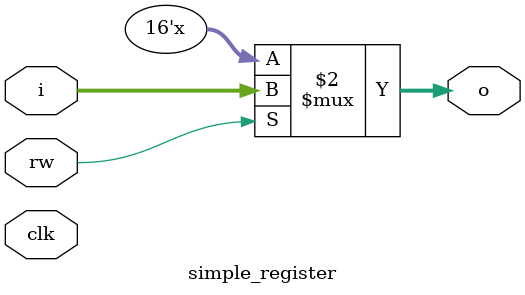
<source format=v>
module simple_register #(parameter SIZE = 16) (input clk, input [SIZE-1:0] i, output reg [SIZE-1:0] o, input rw);
	always @(clk) begin
		if (rw) begin
			o <= i;
		end
	end
endmodule
</source>
